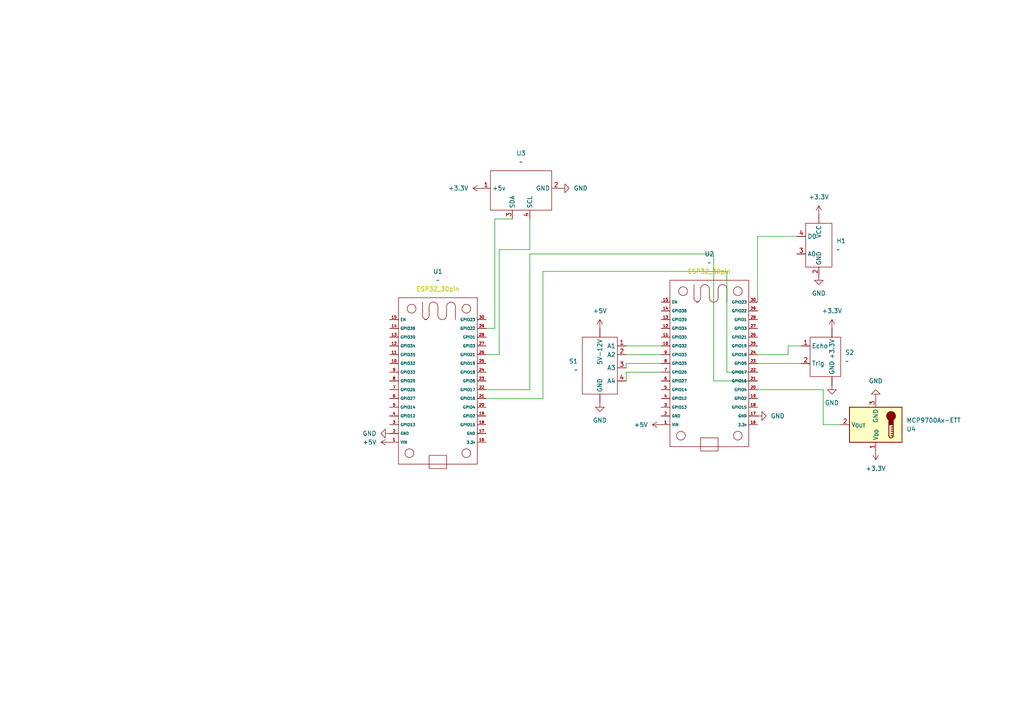
<source format=kicad_sch>
(kicad_sch (version 20250114) (generator "eeschema") (generator_version "9.0")
  (paper "A4")
  (lib_symbols
    (symbol "PCM_Espressif:ESP32_30Pin"
      (property "Reference" "U" (at 0 0 0))
      (property "Footprint" "ESP32_30pin" (at 0 -2.54 0))
      (symbol "ESP32_30Pin_0_1"
        (rectangle (start -24.13 11.43) (end 24.13 -11.43))
        (polyline (pts (xy -21.59 5.08) (xy -20.32 5.08)))
        (polyline (pts (xy -21.59 2.54) (xy -20.32 2.54)))
        (polyline (pts (xy -21.59 0) (xy -20.32 0)))
        (polyline (pts (xy -21.59 -2.54) (xy -20.32 -2.54)))
        (arc (start -21.5975 2.5325) (mid -22.4933 2.9067) (end -22.8675 3.8025))
        (arc (start -21.5975 -2.5475) (mid -22.4933 -2.1733) (end -22.8675 -1.2775))
        (arc (start -22.86 3.81) (mid -22.4873 4.7073) (end -21.59 5.08))
        (arc (start -22.86 -1.27) (mid -22.4873 -0.3727) (end -21.59 0))
        (circle (center -20.955 8.255) (radius 1.27))
        (circle (center -20.955 -7.62) (radius 1.27))
        (polyline (pts (xy -20.32 5.08) (xy -17.78 5.08)))
        (polyline (pts (xy -20.32 -4.445) (xy -22.86 -4.445)))
        (arc (start -17.7775 1.2675) (mid -18.1502 0.3702) (end -19.0475 -0.0025))
        (arc (start -17.7775 -3.1775) (mid -18.1502 -4.0748) (end -19.0475 -4.4475))
        (arc (start -19.04 2.545) (mid -18.1442 2.1708) (end -17.77 1.275))
        (arc (start -19.04 -2.535) (mid -18.1442 -2.9092) (end -17.77 -3.805))
        (polyline (pts (xy -19.0475 2.5375) (xy -20.3175 2.5375)))
        (polyline (pts (xy -19.0475 -0.0025) (xy -20.3175 -0.0025)))
        (polyline (pts (xy -19.0475 -2.5425) (xy -20.3175 -2.5425)))
        (polyline (pts (xy -19.0475 -4.4475) (xy -20.3175 -4.4475)))
        (circle (center 20.955 8.255) (radius 1.27))
        (circle (center 20.955 -8.255) (radius 1.27))
        (rectangle (start 21.59 2.54) (end 25.4 -2.54))
      )
      (symbol "ESP32_30Pin_1_1"
        (pin bidirectional line (at -17.78 13.97 270) (length 2.54) (name "GPIO23") (number "30"))
        (pin bidirectional line (at -17.78 -13.97 90) (length 2.54) (name "EN") (number "15"))
        (pin bidirectional line (at -15.24 13.97 270) (length 2.54) (name "GPIO22") (number "29"))
        (pin bidirectional line (at -15.24 -13.97 90) (length 2.54) (name "GPIO36") (number "14"))
        (pin bidirectional line (at -12.7 13.97 270) (length 2.54) (name "GPIO1") (number "28"))
        (pin bidirectional line (at -12.7 -13.97 90) (length 2.54) (name "GPIO39") (number "13"))
        (pin bidirectional line (at -10.16 13.97 270) (length 2.54) (name "GPIO3") (number "27"))
        (pin bidirectional line (at -10.16 -13.97 90) (length 2.54) (name "GPIO34") (number "12"))
        (pin bidirectional line (at -7.62 13.97 270) (length 2.54) (name "GPIO21") (number "26"))
        (pin bidirectional line (at -7.62 -13.97 90) (length 2.54) (name "GPIO35") (number "11"))
        (pin bidirectional line (at -5.08 13.97 270) (length 2.54) (name "GPIO19") (number "25"))
        (pin bidirectional line (at -5.08 -13.97 90) (length 2.54) (name "GPIO32") (number "10"))
        (pin bidirectional line (at -2.54 13.97 270) (length 2.54) (name "GPIO18") (number "24"))
        (pin bidirectional line (at -2.54 -13.97 90) (length 2.54) (name "GPIO33") (number "9"))
        (pin bidirectional line (at 0 13.97 270) (length 2.54) (name "GPIO5") (number "23"))
        (pin bidirectional line (at 0 -13.97 90) (length 2.54) (name "GPIO25") (number "8"))
        (pin bidirectional line (at 2.54 13.97 270) (length 2.54) (name "GPIO17") (number "22"))
        (pin bidirectional line (at 2.54 -13.97 90) (length 2.54) (name "GPIO26") (number "7"))
        (pin bidirectional line (at 5.08 13.97 270) (length 2.54) (name "GPIO16") (number "21"))
        (pin bidirectional line (at 5.08 -13.97 90) (length 2.54) (name "GPIO27") (number "6"))
        (pin bidirectional line (at 7.62 13.97 270) (length 2.54) (name "GPIO4") (number "20"))
        (pin bidirectional line (at 7.62 -13.97 90) (length 2.54) (name "GPIO14") (number "5"))
        (pin bidirectional line (at 10.16 13.97 270) (length 2.54) (name "GPIO2") (number "19"))
        (pin bidirectional line (at 10.16 -13.97 90) (length 2.54) (name "GPIO12") (number "4"))
        (pin bidirectional line (at 12.7 13.97 270) (length 2.54) (name "GPIO15") (number "18"))
        (pin bidirectional line (at 12.7 -13.97 90) (length 2.54) (name "GPIO13") (number "3"))
        (pin power_in line (at 15.24 13.97 270) (length 2.54) (name "GND") (number "17"))
        (pin bidirectional line (at 15.24 -13.97 90) (length 2.54) (name "GND") (number "2"))
        (pin output line (at 17.78 13.97 270) (length 2.54) (name "3.3v") (number "16"))
        (pin power_out line (at 17.78 -13.97 90) (length 2.54) (name "VIN") (number "1"))
      )
    )
    (symbol "Sensor_Temperature:MCP9700Ax-ETT"
      (property "Reference" "U" (at -6.35 6.35 0))
      (property "Value" "MCP9700Ax-ETT" (at 1.27 6.35 0))
      (symbol "MCP9700Ax-ETT_0_1"
        (rectangle (start -7.62 5.08) (end 7.62 -5.08) (stroke (width 0.254)) (fill (type background)))
        (polyline (pts (xy -5.08 3.175) (xy -5.08 0)) (stroke (width 0.254)))
        (polyline (pts (xy -5.08 3.175) (xy -4.445 3.175)) (stroke (width 0.254)))
        (polyline (pts (xy -5.08 2.54) (xy -4.445 2.54)) (stroke (width 0.254)))
        (polyline (pts (xy -5.08 1.905) (xy -4.445 1.905)) (stroke (width 0.254)))
        (polyline (pts (xy -5.08 1.27) (xy -4.445 1.27)) (stroke (width 0.254)))
        (polyline (pts (xy -5.08 0.635) (xy -4.445 0.635)) (stroke (width 0.254)))
        (arc (start -5.08 3.175) (mid -4.445 3.8073) (end -3.81 3.175) (stroke (width 0.254)))
        (circle (center -4.445 -2.54) (radius 1.27) (stroke (width 0.254)) (fill (type outline)))
        (polyline (pts (xy -3.81 3.175) (xy -3.81 0)) (stroke (width 0.254)))
        (rectangle (start -3.81 -1.905) (end -5.08 0) (stroke (width 0.254)) (fill (type outline)))
      )
      (symbol "MCP9700Ax-ETT_1_1"
        (pin power_in line (at 0 7.62 270) (length 2.54) (name "V_{DD}") (number "1"))
        (pin power_in line (at 0 -7.62 90) (length 2.54) (name "GND") (number "3"))
        (pin output line (at 10.16 0 180) (length 2.54) (name "V_{OUT}") (number "2"))
      )
    )
    (symbol "esp32-devkitc-v4:ESP32_30Pin"
      (property "Reference" "U" (at 0 0 0))
      (property "Footprint" "ESP32_30pin" (at 0 -2.54 0))
      (symbol "ESP32_30Pin_0_1"
        (rectangle (start -24.13 11.43) (end 24.13 -11.43))
        (polyline (pts (xy -21.59 5.08) (xy -20.32 5.08)))
        (polyline (pts (xy -21.59 2.54) (xy -20.32 2.54)))
        (polyline (pts (xy -21.59 0) (xy -20.32 0)))
        (polyline (pts (xy -21.59 -2.54) (xy -20.32 -2.54)))
        (arc (start -21.5975 2.5325) (mid -22.4933 2.9067) (end -22.8675 3.8025))
        (arc (start -21.5975 -2.5475) (mid -22.4933 -2.1733) (end -22.8675 -1.2775))
        (arc (start -22.86 3.81) (mid -22.4873 4.7073) (end -21.59 5.08))
        (arc (start -22.86 -1.27) (mid -22.4873 -0.3727) (end -21.59 0))
        (circle (center -20.955 8.255) (radius 1.27))
        (circle (center -20.955 -7.62) (radius 1.27))
        (polyline (pts (xy -20.32 5.08) (xy -17.78 5.08)))
        (polyline (pts (xy -20.32 -4.445) (xy -22.86 -4.445)))
        (arc (start -17.7775 1.2675) (mid -18.1502 0.3702) (end -19.0475 -0.0025))
        (arc (start -17.7775 -3.1775) (mid -18.1502 -4.0748) (end -19.0475 -4.4475))
        (arc (start -19.04 2.545) (mid -18.1442 2.1708) (end -17.77 1.275))
        (arc (start -19.04 -2.535) (mid -18.1442 -2.9092) (end -17.77 -3.805))
        (polyline (pts (xy -19.0475 2.5375) (xy -20.3175 2.5375)))
        (polyline (pts (xy -19.0475 -0.0025) (xy -20.3175 -0.0025)))
        (polyline (pts (xy -19.0475 -2.5425) (xy -20.3175 -2.5425)))
        (polyline (pts (xy -19.0475 -4.4475) (xy -20.3175 -4.4475)))
        (circle (center 20.955 8.255) (radius 1.27))
        (circle (center 20.955 -8.255) (radius 1.27))
        (rectangle (start 21.59 2.54) (end 25.4 -2.54))
      )
      (symbol "ESP32_30Pin_1_1"
        (pin bidirectional line (at -17.78 13.97 270) (length 2.54) (name "GPIO23") (number "30"))
        (pin bidirectional line (at -17.78 -13.97 90) (length 2.54) (name "EN") (number "15"))
        (pin bidirectional line (at -15.24 13.97 270) (length 2.54) (name "GPIO22") (number "29"))
        (pin bidirectional line (at -15.24 -13.97 90) (length 2.54) (name "GPIO36") (number "14"))
        (pin bidirectional line (at -12.7 13.97 270) (length 2.54) (name "GPIO1") (number "28"))
        (pin bidirectional line (at -12.7 -13.97 90) (length 2.54) (name "GPIO39") (number "13"))
        (pin bidirectional line (at -10.16 13.97 270) (length 2.54) (name "GPIO3") (number "27"))
        (pin bidirectional line (at -10.16 -13.97 90) (length 2.54) (name "GPIO34") (number "12"))
        (pin bidirectional line (at -7.62 13.97 270) (length 2.54) (name "GPIO21") (number "26"))
        (pin bidirectional line (at -7.62 -13.97 90) (length 2.54) (name "GPIO35") (number "11"))
        (pin bidirectional line (at -5.08 13.97 270) (length 2.54) (name "GPIO19") (number "25"))
        (pin bidirectional line (at -5.08 -13.97 90) (length 2.54) (name "GPIO32") (number "10"))
        (pin bidirectional line (at -2.54 13.97 270) (length 2.54) (name "GPIO18") (number "24"))
        (pin bidirectional line (at -2.54 -13.97 90) (length 2.54) (name "GPIO33") (number "9"))
        (pin bidirectional line (at 0 13.97 270) (length 2.54) (name "GPIO5") (number "23"))
        (pin bidirectional line (at 0 -13.97 90) (length 2.54) (name "GPIO25") (number "8"))
        (pin bidirectional line (at 2.54 13.97 270) (length 2.54) (name "GPIO17") (number "22"))
        (pin bidirectional line (at 2.54 -13.97 90) (length 2.54) (name "GPIO26") (number "7"))
        (pin bidirectional line (at 5.08 13.97 270) (length 2.54) (name "GPIO16") (number "21"))
        (pin bidirectional line (at 5.08 -13.97 90) (length 2.54) (name "GPIO27") (number "6"))
        (pin bidirectional line (at 7.62 13.97 270) (length 2.54) (name "GPIO4") (number "20"))
        (pin bidirectional line (at 7.62 -13.97 90) (length 2.54) (name "GPIO14") (number "5"))
        (pin bidirectional line (at 10.16 13.97 270) (length 2.54) (name "GPIO2") (number "19"))
        (pin bidirectional line (at 10.16 -13.97 90) (length 2.54) (name "GPIO12") (number "4"))
        (pin bidirectional line (at 12.7 13.97 270) (length 2.54) (name "GPIO15") (number "18"))
        (pin bidirectional line (at 12.7 -13.97 90) (length 2.54) (name "GPIO13") (number "3"))
        (pin power_in line (at 15.24 13.97 270) (length 2.54) (name "GND") (number "17"))
        (pin bidirectional line (at 15.24 -13.97 90) (length 2.54) (name "GND") (number "2"))
        (pin output line (at 17.78 13.97 270) (length 2.54) (name "3.3v") (number "16"))
        (pin power_out line (at 17.78 -13.97 90) (length 2.54) (name "VIN") (number "1"))
      )
    )
    (symbol "esp32-devkitc-v4:HC-SR04"
      (property "Reference" "S" (at -0.254 2.032 0))
      (symbol "HC-SR04_0_1"
        (rectangle (start -5.08 7.62) (end 3.81 -3.81))
      )
      (symbol "HC-SR04_1_1"
        (pin input line (at -7.62 5.08 0) (length 2.54) (name "Echo") (number "1"))
        (pin output line (at -7.62 0 0) (length 2.54) (name "Trig") (number "2"))
        (pin power_in line (at 1.27 10.16 270) (length 2.54) (name "+3.3V") (number ""))
        (pin power_out line (at 1.27 -6.35 90) (length 2.54) (name "GND") (number ""))
      )
    )
    (symbol "esp32-devkitc-v4:HL-01"
      (property "Reference" "H" (at 0 0 0))
      (symbol "HL-01_0_1"
        (rectangle (start -1.27 6.35) (end 6.35 -6.35))
      )
      (symbol "HL-01_1_1"
        (pin output line (at -3.81 2.54 0) (length 2.54) (name "D0") (number "4"))
        (pin output line (at -3.81 -2.54 0) (length 2.54) (name "A0") (number "3"))
        (pin power_in line (at 2.54 8.89 270) (length 2.54) (name "VCC") (number ""))
        (pin power_out line (at 2.54 -8.89 90) (length 2.54) (name "GND") (number "2"))
      )
    )
    (symbol "esp32-devkitc-v4:LCD_16X2_Controller"
      (property "Reference" "L" (at 3.048 -6.604 0))
      (symbol "LCD_16X2_Controller_0_1"
        (rectangle (start -2.54 2.54) (end 8.89 -15.24))
      )
      (symbol "LCD_16X2_Controller_1_1"
        (pin bidirectional line (at -5.08 -3.81 0) (length 2.54) (name "SDA") (number "3"))
        (pin bidirectional line (at -5.08 -8.89 0) (length 2.54) (name "SCL") (number "4"))
        (pin power_in line (at 3.81 5.08 270) (length 2.54) (name "+5v") (number "1"))
        (pin power_out line (at 3.81 -17.78 90) (length 2.54) (name "GND") (number "2"))
      )
    )
    (symbol "esp32-devkitc-v4:ULN2003-Stepper-Driver"
      (property "Reference" "S" (at 4.318 -3.302 0))
      (symbol "ULN2003-Stepper-Driver_0_1"
        (rectangle (start -2.54 5.08) (end 7.62 -11.43))
      )
      (symbol "ULN2003-Stepper-Driver_1_1"
        (pin power_in line (at 2.54 7.62 270) (length 2.54) (name "5V-12V") (number ""))
        (pin power_out line (at 2.54 -13.97 90) (length 2.54) (name "GND") (number ""))
        (pin power_out line (at 10.16 2.54 180) (length 2.54) (name "A1") (number "1"))
        (pin power_out line (at 10.16 0 180) (length 2.54) (name "A2") (number "2"))
        (pin power_out line (at 10.16 -3.81 180) (length 2.54) (name "A3") (number "3"))
        (pin power_out line (at 10.16 -7.62 180) (length 2.54) (name "A4") (number "4"))
      )
    )
    (symbol "power:+3.3V" (power) (pin_numbers (hide yes)) (pin_names (offset 0) (hide yes))
      (property "Value" "+3.3V" (at 0 3.556 0))
      (symbol "+3.3V_0_1"
        (polyline (pts (xy -0.762 1.27) (xy 0 2.54)))
        (polyline (pts (xy 0 2.54) (xy 0.762 1.27)))
        (polyline (pts (xy 0 0) (xy 0 2.54)))
      )
      (symbol "+3.3V_1_1"
        (pin power_in line (at 0 0 90) (length 0) (name "~") (number "1"))
      )
    )
    (symbol "power:+5V" (power) (pin_numbers (hide yes)) (pin_names (offset 0) (hide yes))
      (property "Value" "+5V" (at 0 3.556 0))
      (symbol "+5V_0_1"
        (polyline (pts (xy -0.762 1.27) (xy 0 2.54)))
        (polyline (pts (xy 0 2.54) (xy 0.762 1.27)))
        (polyline (pts (xy 0 0) (xy 0 2.54)))
      )
      (symbol "+5V_1_1"
        (pin power_in line (at 0 0 90) (length 0) (name "~") (number "1"))
      )
    )
    (symbol "power:GND" (power) (pin_numbers (hide yes)) (pin_names (offset 0) (hide yes))
      (property "Value" "GND" (at 0 -3.81 0))
      (symbol "GND_0_1"
        (polyline (pts (xy 0 0) (xy 0 -1.27) (xy 1.27 -1.27) (xy 0 -2.54) (xy -1.27 -1.27) (xy 0 -1.27)))
      )
      (symbol "GND_1_1"
        (pin power_in line (at 0 0 270) (length 0) (name "~") (number "1"))
      )
    )
  )
  (wire (pts (xy 207.01 73.66) (xy 153.67 73.66)))
  (wire (pts (xy 191.77 100.33) (xy 181.61 100.33)))
  (wire (pts (xy 181.61 105.41) (xy 181.61 106.68)))
  (wire (pts (xy 228.6 100.33) (xy 228.6 102.87)))
  (wire (pts (xy 143.51 95.25) (xy 143.51 63.5)))
  (wire (pts (xy 144.78 72.39) (xy 153.67 72.39)))
  (wire (pts (xy 143.51 63.5) (xy 148.59 63.5)))
  (wire (pts (xy 153.67 73.66) (xy 153.67 113.03)))
  (wire (pts (xy 157.48 78.74) (xy 210.82 78.74)))
  (wire (pts (xy 238.76 123.19) (xy 243.84 123.19)))
  (wire (pts (xy 210.82 78.74) (xy 210.82 107.95)))
  (wire (pts (xy 153.67 72.39) (xy 153.67 63.5)))
  (wire (pts (xy 157.48 115.57) (xy 157.48 78.74)))
  (wire (pts (xy 219.71 68.58) (xy 219.71 87.63)))
  (wire (pts (xy 238.76 123.19) (xy 238.76 113.03)))
  (wire (pts (xy 219.71 110.49) (xy 207.01 110.49)))
  (wire (pts (xy 191.77 107.95) (xy 181.61 107.95)))
  (wire (pts (xy 210.82 107.95) (xy 219.71 107.95)))
  (wire (pts (xy 140.97 115.57) (xy 157.48 115.57)))
  (wire (pts (xy 144.78 102.87) (xy 144.78 72.39)))
  (wire (pts (xy 181.61 102.87) (xy 191.77 102.87)))
  (wire (pts (xy 140.97 95.25) (xy 143.51 95.25)))
  (wire (pts (xy 140.97 102.87) (xy 144.78 102.87)))
  (wire (pts (xy 191.77 105.41) (xy 181.61 105.41)))
  (wire (pts (xy 181.61 107.95) (xy 181.61 110.49)))
  (wire (pts (xy 207.01 110.49) (xy 207.01 73.66)))
  (wire (pts (xy 228.6 102.87) (xy 219.71 102.87)))
  (wire (pts (xy 232.41 100.33) (xy 228.6 100.33)))
  (wire (pts (xy 238.76 113.03) (xy 219.71 113.03)))
  (wire (pts (xy 231.14 68.58) (xy 219.71 68.58)))
  (wire (pts (xy 219.71 105.41) (xy 232.41 105.41)))
  (wire (pts (xy 153.67 113.03) (xy 140.97 113.03)))
  (symbol (lib_id "power:+5V") (at 113.03 128.27 90) (unit 1)
    (property "Reference" "#PWR01" (effects (hide yes)))
    (property "Value" "+5V" (at 109.22 128.2699 90) (effects (justify left)))
    (property "Description" "Power symbol creates a global label with name \"+5V\"" (effects (hide yes)))
  )
  (symbol (lib_id "power:+5V") (at 191.77 123.19 90) (unit 1)
    (property "Reference" "#PWR02" (effects (hide yes)))
    (property "Value" "+5V" (at 187.96 123.1899 90) (effects (justify left)))
    (property "Description" "Power symbol creates a global label with name \"+5V\"" (effects (hide yes)))
  )
  (symbol (lib_id "power:GND") (at 254 115.57 180) (unit 1)
    (property "Reference" "#PWR09" (effects (hide yes)))
    (property "Value" "GND" (at 254 110.49 0))
    (property "Description" "Power symbol creates a global label with name \"GND\" , ground" (effects (hide yes)))
  )
  (symbol (lib_id "power:+3.3V") (at 237.49 62.23 0) (unit 1)
    (property "Reference" "#PWR013" (effects (hide yes)))
    (property "Value" "+3.3V" (at 237.49 57.15 0))
    (property "Description" "Power symbol creates a global label with name \"+3.3V\"" (effects (hide yes)))
  )
  (symbol (lib_id "Sensor_Temperature:MCP9700Ax-ETT") (at 254 123.19 180) (unit 1)
    (property "Reference" "U4" (at 262.89 124.4601 0) (effects (justify right)))
    (property "Value" "MCP9700Ax-ETT" (at 262.89 121.9201 0) (effects (justify right)))
    (property "Footprint" "Package_TO_SOT_SMD:SOT-23" (effects (hide yes)))
    (property "Datasheet" "http://ww1.microchip.com/downloads/en/devicedoc/20001942g.pdf" (effects (hide yes)))
    (property "Description" "Low power, analog thermistor temperature sensor, ±2C accuracy, -40C to +125C, in SOT-23-3" (effects (hide yes)))
  )
  (symbol (lib_id "esp32-devkitc-v4:HC-SR04") (at 240.03 105.41 0) (unit 1)
    (property "Reference" "S2" (at 245.11 102.2349 0) (effects (justify left)))
    (property "Value" "~" (at 245.11 104.7749 0) (effects (justify left)))
    (property "Description" "Utrasonic Sensor" (effects (hide yes)))
  )
  (symbol (lib_id "esp32-devkitc-v4:LCD_16X2_Controller") (at 144.78 58.42 90) (unit 1)
    (property "Reference" "U3" (at 151.13 44.45 90))
    (property "Value" "~" (at 151.13 46.99 90))
    (property "Description" "LCD I2c Controller" (effects (hide yes)))
  )
  (symbol (lib_id "power:+3.3V") (at 241.3 95.25 0) (unit 1)
    (property "Reference" "#PWR012" (effects (hide yes)))
    (property "Value" "+3.3V" (at 241.3 90.17 0))
    (property "Description" "Power symbol creates a global label with name \"+3.3V\"" (effects (hide yes)))
  )
  (symbol (lib_id "esp32-devkitc-v4:ESP32_30Pin") (at 205.74 105.41 270) (unit 1)
    (property "Reference" "U2" (at 205.74 73.66 90))
    (property "Value" "~" (at 205.74 76.2 90))
    (property "Footprint" "ESP32_30pin" (at 205.74 78.74 90))
  )
  (symbol (lib_id "power:GND") (at 219.71 120.65 90) (unit 1)
    (property "Reference" "#PWR03" (effects (hide yes)))
    (property "Value" "GND" (at 223.52 120.6499 90) (effects (justify right)))
    (property "Description" "Power symbol creates a global label with name \"GND\" , ground" (effects (hide yes)))
  )
  (symbol (lib_id "power:GND") (at 113.03 125.73 270) (unit 1)
    (property "Reference" "#PWR04" (effects (hide yes)))
    (property "Value" "GND" (at 109.22 125.7299 90) (effects (justify right)))
    (property "Description" "Power symbol creates a global label with name \"GND\" , ground" (effects (hide yes)))
  )
  (symbol (lib_id "esp32-devkitc-v4:ULN2003-Stepper-Driver") (at 171.45 102.87 0) (unit 1)
    (property "Reference" "S1" (at 167.64 104.7749 0) (effects (justify right)))
    (property "Value" "~" (at 167.64 107.3149 0) (effects (justify right)))
    (property "Description" "Stepper Controller" (effects (hide yes)))
  )
  (symbol (lib_id "power:GND") (at 173.99 116.84 0) (unit 1)
    (property "Reference" "#PWR08" (effects (hide yes)))
    (property "Value" "GND" (at 173.99 121.92 0))
    (property "Description" "Power symbol creates a global label with name \"GND\" , ground" (effects (hide yes)))
  )
  (symbol (lib_id "esp32-devkitc-v4:HL-01") (at 234.95 71.12 0) (unit 1)
    (property "Reference" "H1" (at 242.57 69.8499 0) (effects (justify left)))
    (property "Value" "~" (at 242.57 72.3899 0) (effects (justify left)))
  )
  (symbol (lib_id "power:GND") (at 162.56 54.61 90) (unit 1)
    (property "Reference" "#PWR05" (effects (hide yes)))
    (property "Value" "GND" (at 166.37 54.6099 90) (effects (justify right)))
    (property "Description" "Power symbol creates a global label with name \"GND\" , ground" (effects (hide yes)))
  )
  (symbol (lib_id "power:+3.3V") (at 139.7 54.61 90) (unit 1)
    (property "Reference" "#PWR06" (effects (hide yes)))
    (property "Value" "+3.3V" (at 135.89 54.6099 90) (effects (justify left)))
    (property "Description" "Power symbol creates a global label with name \"+3.3V\"" (effects (hide yes)))
  )
  (symbol (lib_id "power:GND") (at 241.3 111.76 0) (unit 1)
    (property "Reference" "#PWR011" (effects (hide yes)))
    (property "Value" "GND" (at 241.3 116.84 0))
    (property "Description" "Power symbol creates a global label with name \"GND\" , ground" (effects (hide yes)))
  )
  (symbol (lib_id "power:GND") (at 237.49 80.01 0) (unit 1)
    (property "Reference" "#PWR014" (effects (hide yes)))
    (property "Value" "GND" (at 237.49 85.09 0))
    (property "Description" "Power symbol creates a global label with name \"GND\" , ground" (effects (hide yes)))
  )
  (symbol (lib_id "power:+3.3V") (at 254 130.81 180) (unit 1)
    (property "Reference" "#PWR010" (effects (hide yes)))
    (property "Value" "+3.3V" (at 254 135.89 0))
    (property "Description" "Power symbol creates a global label with name \"+3.3V\"" (effects (hide yes)))
  )
  (symbol (lib_id "PCM_Espressif:ESP32_30Pin") (at 127 110.49 270) (unit 1)
    (property "Reference" "U1" (at 127 78.74 90))
    (property "Value" "~" (at 127 81.28 90))
    (property "Footprint" "ESP32_30pin" (at 127 83.82 90))
  )
  (symbol (lib_id "power:+5V") (at 173.99 95.25 0) (unit 1)
    (property "Reference" "#PWR07" (effects (hide yes)))
    (property "Value" "+5V" (at 173.99 90.17 0))
    (property "Description" "Power symbol creates a global label with name \"+5V\"" (effects (hide yes)))
  )
)
</source>
